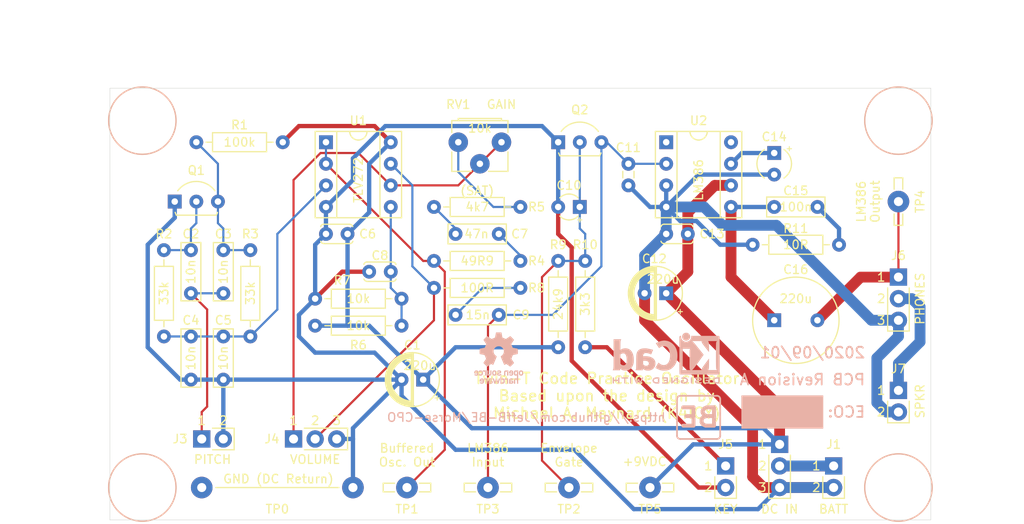
<source format=kicad_pcb>
(kicad_pcb (version 20171130) (host pcbnew "(5.1.6)-1")
  (title_block (title "Twin-T Morse Code Practice Oscillator") (date 2020-09-01) (rev A))
  (layers (0 F.Cu signal) (31 B.Cu signal) (34 B.Paste user hide) (35 F.Paste user) (36 B.SilkS user hide) (37 F.SilkS user hide) (38 B.Mask user hide) (39 F.Mask user) (44 Edge.Cuts user))
  (net 0 "")
  (net 1 GND)
  (net 2 +9V)
  (net 3 "Net-(C2-Pad2)")
  (net 4 "Net-(C2-Pad1)")
  (net 5 "Net-(C3-Pad1)")
  (net 6 "Net-(C7-Pad2)")
  (net 7 "Net-(C7-Pad1)")
  (net 8 "Net-(C8-Pad2)")
  (net 9 "Net-(C14-Pad1)")
  (net 10 "Net-(J1-Pad1)")
  (net 11 "Net-(J4-Pad2)")
  (net 12 "Net-(J4-Pad1)")
  (net 13 "Net-(J5-Pad1)")
  (net 14 "Net-(J6-Pad2)")
  (net 15 "Net-(R5-Pad2)")
  (net 16 "Net-(U2-Pad1)")
  (net 17 "Net-(U2-Pad8)")
  (net 18 "Net-(C15-Pad2)")
  (net 19 "Net-(C9-Pad2)")
  (net 20 "Net-(C15-Pad1)")
  (net 21 /Twin-T_Out)
  (net 22 /LM386_In)
  (net 23 /Envelope_Gate)
  (net 24 /LM386_Out)
  (net 25 /Buffered_Osc_Out)
  (module BE_Conn:BE_Conn_HDR_SIP-3 (layer F.Cu) (at 123.19 66.675)
    (fp_text reference J4 (at -2.54 0) (layer F.SilkS) (effects (font (size 1.016 1.016) (thickness 0.1524))))
    (fp_text value VOLUME (at 2.54 2.413) (layer F.SilkS) (effects (font (size 1.016 1.016) (thickness 0.1524))))
    (pad 3 thru_hole circle (at 5.08 0) (size 2.032 2.032) (drill 1.0668) (layers *.Cu *.Mask) (net 1 GND))
    (pad 2 thru_hole circle (at 2.54 0) (size 2.032 2.032) (drill 1.0668) (layers *.Cu *.Mask) (net 11 "Net-(J4-Pad2)"))
    (pad 1 thru_hole rect (at 0 0) (size 2.032 2.032) (drill 1.0668) (layers *.Cu *.Mask) (net 12 "Net-(J4-Pad1)"))
  )
  (module BE_Conn:BE_Conn_HDR_SIP-3 (layer F.Cu) (at 194.31 47.625 270)
    (fp_text reference J6 (at -2.54 0 180) (layer F.SilkS) (effects (font (size 1.016 1.016) (thickness 0.1524))))
    (fp_text value PHONES (at 2.54 -2.54 90) (layer F.SilkS) (effects (font (size 1.016 1.016) (thickness 0.1524))))
    (pad 3 thru_hole circle (at 5.08 0 270) (size 2.032 2.032) (drill 1.0668) (layers *.Cu *.Mask) (net 1 GND))
    (pad 2 thru_hole circle (at 2.54 0 270) (size 2.032 2.032) (drill 1.0668) (layers *.Cu *.Mask) (net 14 "Net-(J6-Pad2)"))
    (pad 1 thru_hole rect (at 0 0 270) (size 2.032 2.032) (drill 1.0668) (layers *.Cu *.Mask) (net 24 /LM386_Out))
  )
  (module BE_Conn:BE_Conn_HDR_SIP-3 (layer F.Cu) (at 180.34 67.31 270)
    (fp_text reference J2 (at -2.54 0 180) (layer F.SilkS) (effects (font (size 1.016 1.016) (thickness 0.1524))))
    (fp_text value "DC IN" (at 7.62 0) (layer F.SilkS) (effects (font (size 1.016 1.016) (thickness 0.1524))))
    (pad 3 thru_hole circle (at 5.08 0 270) (size 2.032 2.032) (drill 1.0668) (layers *.Cu *.Mask) (net 1 GND))
    (pad 2 thru_hole circle (at 2.54 0 270) (size 2.032 2.032) (drill 1.0668) (layers *.Cu *.Mask) (net 10 "Net-(J1-Pad1)"))
    (pad 1 thru_hole rect (at 0 0 270) (size 2.032 2.032) (drill 1.0668) (layers *.Cu *.Mask) (net 2 +9V))
  )
  (module BE_Conn:BE_Conn_HDR_SIP-2 (layer F.Cu) (at 112.395 66.675)
    (fp_text reference J3 (at -2.54 0) (layer F.SilkS) (effects (font (size 1.016 1.016) (thickness 0.1524))))
    (fp_text value PITCH (at 1.27 2.413) (layer F.SilkS) (effects (font (size 1.016 1.016) (thickness 0.1524))))
    (pad 2 thru_hole circle (at 2.54 0) (size 2.032 2.032) (drill 1.0668) (layers *.Cu *.Mask) (net 1 GND))
    (pad 1 thru_hole rect (at 0 0) (size 2.032 2.032) (drill 1.0668) (layers *.Cu *.Mask) (net 4 "Net-(C2-Pad1)"))
  )
  (module BE_Conn:BE_Conn_HDR_SIP-2 (layer F.Cu) (at 194.31 60.96 270)
    (fp_text reference J7 (at -2.54 0 180) (layer F.SilkS) (effects (font (size 1.016 1.016) (thickness 0.1524))))
    (fp_text value SPKR (at 1.27 -2.54 90) (layer F.SilkS) (effects (font (size 1.016 1.016) (thickness 0.1524))))
    (pad 2 thru_hole circle (at 2.54 0 270) (size 2.032 2.032) (drill 1.0668) (layers *.Cu *.Mask) (net 1 GND))
    (pad 1 thru_hole rect (at 0 0 270) (size 2.032 2.032) (drill 1.0668) (layers *.Cu *.Mask) (net 14 "Net-(J6-Pad2)"))
  )
  (module BE_Conn:BE_Conn_HDR_SIP-2 (layer F.Cu) (at 173.99 69.85 270)
    (fp_text reference J5 (at -2.54 0 180) (layer F.SilkS) (effects (font (size 1.016 1.016) (thickness 0.1524))))
    (fp_text value KEY (at 5.08 0) (layer F.SilkS) (effects (font (size 1.016 1.016) (thickness 0.1524))))
    (pad 1 thru_hole rect (at 0 0 270) (size 2.032 2.032) (drill 1.0668) (layers *.Cu *.Mask) (net 13 "Net-(J5-Pad1)"))
    (pad 2 thru_hole circle (at 2.54 0 270) (size 2.032 2.032) (drill 1.0668) (layers *.Cu *.Mask) (net 1 GND))
  )
  (module BE_Conn:BE_Conn_HDR_SIP-2 (layer F.Cu) (at 186.69 69.85 270)
    (fp_text reference J1 (at -2.54 0 180) (layer F.SilkS) (effects (font (size 1.016 1.016) (thickness 0.1524))))
    (fp_text value BATT (at 5.08 0) (layer F.SilkS) (effects (font (size 1.016 1.016) (thickness 0.1524))))
    (pad 1 thru_hole rect (at 0 0 270) (size 2.032 2.032) (drill 1.0668) (layers *.Cu *.Mask) (net 10 "Net-(J1-Pad1)"))
    (pad 2 thru_hole circle (at 2.54 0 270) (size 2.032 2.032) (drill 1.0668) (layers *.Cu *.Mask) (net 1 GND))
  )
  (module BE_Capacitors:BE_Cap_Round_D4.0mm_H5.0mm_P2.54mm (layer F.Cu) (at 179.705 33.02 270)
    (fp_text reference C14 (at -1.905 0 180) (layer F.SilkS) (effects (font (size 1.016 1.016) (thickness 0.1524))))
    (fp_text value 10u)
    (pad 1 thru_hole rect (at 0 0 270) (size 1.6256 1.6256) (drill 0.762) (layers *.Cu *.Mask) (net 9 "Net-(C14-Pad1)"))
    (pad 2 thru_hole circle (at 2.54 0 270) (size 1.6256 1.6256) (drill 0.762) (layers *.Cu *.Mask) (net 1 GND))
  )
  (module BE_Capacitors:BE_Cap_MLCC_95milx150mil_P100mil (layer F.Cu) (at 132.08 46.99)
    (fp_text reference C8 (at 1.27 -1.905) (layer F.SilkS) (effects (font (size 1.016 1.016) (thickness 0.1524))))
    (fp_text value 100n)
    (pad 2 thru_hole circle (at 2.54 0) (size 1.6256 1.6256) (drill 0.762) (layers *.Cu *.Mask) (net 8 "Net-(C8-Pad2)"))
    (pad 1 thru_hole circle (at 0 0) (size 1.6256 1.6256) (drill 0.762) (layers *.Cu *.Mask) (net 1 GND))
  )
  (module BE_Conn:BE_TP-Loop_20AWG_D200MIL (layer F.Cu) (at 155.575 72.39)
    (fp_text reference TP2 (at 0 2.54) (layer F.SilkS))
    (fp_text value "20AWG Loop")
    (pad 1 thru_hole circle (at 0 0) (size 2.54 2.54) (drill 1.0668) (layers *.Cu *.Mask) (net 23 /Envelope_Gate))
  )
  (module BE_Sockets:BE_DIP-8_Socket (layer F.Cu) (at 167.005 31.75)
    (fp_text reference U2 (at 3.81 -2.54) (layer F.SilkS) (effects (font (size 1.016 1.016) (thickness 0.1524))))
    (fp_text value LM386)
    (fp_text user %V (at 3.81 4.445 90) (layer F.SilkS) (effects (font (size 1.016 1.016) (thickness 0.1524))))
    (pad 1 thru_hole rect (at 0 0) (size 1.6256 1.6256) (drill 0.762) (layers *.Cu *.Mask) (net 16 "Net-(U2-Pad1)"))
    (pad 5 thru_hole circle (at 7.62 7.62) (size 1.6256 1.6256) (drill 0.762) (layers *.Cu *.Mask) (net 18 "Net-(C15-Pad2)"))
    (pad 2 thru_hole circle (at 0 2.54) (size 1.6256 1.6256) (drill 0.762) (layers *.Cu *.Mask) (net 22 /LM386_In))
    (pad 6 thru_hole circle (at 7.62 5.08) (size 1.6256 1.6256) (drill 0.762) (layers *.Cu *.Mask) (net 2 +9V))
    (pad 3 thru_hole circle (at 0 5.08) (size 1.6256 1.6256) (drill 0.762) (layers *.Cu *.Mask) (net 1 GND))
    (pad 7 thru_hole circle (at 7.62 2.54) (size 1.6256 1.6256) (drill 0.762) (layers *.Cu *.Mask) (net 9 "Net-(C14-Pad1)"))
    (pad 4 thru_hole circle (at 0 7.62) (size 1.6256 1.6256) (drill 0.762) (layers *.Cu *.Mask) (net 1 GND))
    (pad 8 thru_hole circle (at 7.62 0) (size 1.6256 1.6256) (drill 0.762) (layers *.Cu *.Mask) (net 17 "Net-(U2-Pad8)"))
  )
  (module BE_Sockets:BE_DIP-8_Socket (layer F.Cu) (at 127 31.75)
    (fp_text reference U1 (at 3.81 -2.54) (layer F.SilkS) (effects (font (size 1.016 1.016) (thickness 0.1524))))
    (fp_text value TLV272)
    (fp_text user %V (at 3.81 4.445 90) (layer F.SilkS) (effects (font (size 1.016 1.016) (thickness 0.1524))))
    (pad 1 thru_hole rect (at 0 0) (size 1.6256 1.6256) (drill 0.762) (layers *.Cu *.Mask) (net 25 /Buffered_Osc_Out))
    (pad 5 thru_hole circle (at 7.62 7.62) (size 1.6256 1.6256) (drill 0.762) (layers *.Cu *.Mask) (net 8 "Net-(C8-Pad2)"))
    (pad 2 thru_hole circle (at 0 2.54) (size 1.6256 1.6256) (drill 0.762) (layers *.Cu *.Mask) (net 25 /Buffered_Osc_Out))
    (pad 6 thru_hole circle (at 7.62 5.08) (size 1.6256 1.6256) (drill 0.762) (layers *.Cu *.Mask) (net 12 "Net-(J4-Pad1)"))
    (pad 3 thru_hole circle (at 0 5.08) (size 1.6256 1.6256) (drill 0.762) (layers *.Cu *.Mask) (net 21 /Twin-T_Out))
    (pad 7 thru_hole circle (at 7.62 2.54) (size 1.6256 1.6256) (drill 0.762) (layers *.Cu *.Mask) (net 11 "Net-(J4-Pad2)"))
    (pad 4 thru_hole circle (at 0 7.62) (size 1.6256 1.6256) (drill 0.762) (layers *.Cu *.Mask) (net 1 GND))
    (pad 8 thru_hole circle (at 7.62 0) (size 1.6256 1.6256) (drill 0.762) (layers *.Cu *.Mask) (net 2 +9V))
  )
  (module BE_Capacitors:BE_Cap_Dipped_W4.0mm_T2.6mm_H5.6mm_P2.5mm (layer F.Cu) (at 162.56 36.83 90)
    (fp_text reference C11 (at 4.445 0 180) (layer F.SilkS) (effects (font (size 1.016 1.016) (thickness 0.1524))))
    (fp_text value 47p)
    (pad 2 thru_hole circle (at 2.54 0 90) (size 1.6256 1.6256) (drill 0.762) (layers *.Cu *.Mask) (net 22 /LM386_In))
    (pad 1 thru_hole circle (at 0 0 90) (size 1.6256 1.6256) (drill 0.762) (layers *.Cu *.Mask) (net 1 GND))
  )
  (module BE_Capacitors:BE_Cap_Round-NP_D10.0mm_H12.5mm_P5.0mm (layer F.Cu) (at 179.705 52.705)
    (fp_text reference C16 (at 2.54 -5.969) (layer F.SilkS) (effects (font (size 1.016 1.016) (thickness 0.1524))))
    (fp_text value 220u)
    (fp_text user %V (at 2.54 -2.54 180) (layer F.SilkS) (effects (font (size 1.016 1.016) (thickness 0.1524))))
    (pad 1 thru_hole rect (at 0 0) (size 1.6256 1.6256) (drill 0.762) (layers *.Cu *.Mask) (net 18 "Net-(C15-Pad2)"))
    (pad 2 thru_hole circle (at 5.08 0) (size 1.6256 1.6256) (drill 0.762) (layers *.Cu *.Mask) (net 24 /LM386_Out))
  )
  (module BE_Conn:BE_TP-Bar_20AWG_L700mil (layer F.Cu) (at 130.175 72.39 180)
    (fp_text reference TP0 (at 8.89 -2.54) (layer F.SilkS) (effects (font (size 1.016 1.016) (thickness 0.1524))))
    (fp_text value "20AWG Bar 700mil")
    (pad 2 thru_hole circle (at 17.78 0 180) (size 2.54 2.54) (drill 1.0668) (layers *.Cu *.Mask))
    (pad 1 thru_hole circle (at 0 0 180) (size 2.54 2.54) (drill 1.0668) (layers *.Cu *.Mask) (net 1 GND))
  )
  (module BE_Conn:BE_TP-Loop_20AWG_D200MIL (layer F.Cu) (at 165.1 72.39)
    (fp_text reference TP5 (at 0 2.54) (layer F.SilkS))
    (fp_text value "20AWG Loop")
    (pad 1 thru_hole circle (at 0 0) (size 2.54 2.54) (drill 1.0668) (layers *.Cu *.Mask) (net 2 +9V))
  )
  (module BE_Conn:BE_TP-Loop_20AWG_D200MIL (layer F.Cu) (at 194.31 38.735 90)
    (fp_text reference TP4 (at 0 2.54 90) (layer F.SilkS))
    (fp_text value "20AWG Loop")
    (pad 1 thru_hole circle (at 0 0 90) (size 2.54 2.54) (drill 1.0668) (layers *.Cu *.Mask) (net 24 /LM386_Out))
  )
  (module BE_Conn:BE_TP-Loop_20AWG_D200MIL (layer F.Cu) (at 146.05 72.39)
    (fp_text reference TP3 (at 0 2.54) (layer F.SilkS))
    (fp_text value "20AWG Loop")
    (pad 1 thru_hole circle (at 0 0) (size 2.54 2.54) (drill 1.0668) (layers *.Cu *.Mask) (net 22 /LM386_In))
  )
  (module BE_Conn:BE_TP-Loop_20AWG_D200MIL (layer F.Cu) (at 136.525 72.39)
    (fp_text reference TP1 (at 0 2.54) (layer F.SilkS))
    (fp_text value "20AWG Loop")
    (pad 1 thru_hole circle (at 0 0) (size 2.54 2.54) (drill 1.0668) (layers *.Cu *.Mask) (net 25 /Buffered_Osc_Out))
  )
  (module BE_MountingHoles:BE_Nbr-4_Mounting_Hole (layer F.Cu) (at 194.31 29.21)
    (fp_text reference MH4 hide)
    (fp_text value BE_Nbr-4_Thru_Hole hide)
    (pad "" np_thru_hole circle (at 0 0) (size 2.9464 2.9464) (drill 2.9464) (layers *.Cu *.Mask))
  )
  (module BE_MountingHoles:BE_Nbr-4_Mounting_Hole (layer F.Cu) (at 194.31 72.39)
    (fp_text reference MH3 hide)
    (fp_text value BE_Nbr-4_Thru_Hole hide)
    (pad "" np_thru_hole circle (at 0 0) (size 2.9464 2.9464) (drill 2.9464) (layers *.Cu *.Mask))
  )
  (module BE_MountingHoles:BE_Nbr-4_Mounting_Hole (layer F.Cu) (at 105.41 72.39)
    (fp_text reference MH2 hide)
    (fp_text value BE_Nbr-4_Thru_Hole hide)
    (pad "" np_thru_hole circle (at 0 0) (size 2.9464 2.9464) (drill 2.9464) (layers *.Cu *.Mask))
  )
  (module BE_MountingHoles:BE_Nbr-4_Mounting_Hole (layer F.Cu) (at 105.41 29.21)
    (fp_text reference MH1 hide)
    (fp_text value BE_Nbr-4_Thru_Hole hide)
    (pad "" np_thru_hole circle (at 0 0) (size 2.9464 2.9464) (drill 2.9464) (layers *.Cu *.Mask))
  )
  (module BE_Capacitors:BE_Cap_Round_D3.0mm_P2.54mm (layer F.Cu) (at 156.845 39.37 180)
    (fp_text reference C10 (at 1.27 2.54) (layer F.SilkS) (effects (font (size 1.016 1.016) (thickness 0.1524))))
    (fp_text value 4u7)
    (pad 2 thru_hole circle (at 2.54 0 180) (size 1.6256 1.6256) (drill 0.762) (layers *.Cu *.Mask) (net 1 GND))
    (pad 1 thru_hole rect (at 0 0 180) (size 1.6256 1.6256) (drill 0.762) (layers *.Cu *.Mask) (net 23 /Envelope_Gate))
  )
  (module BE_Capacitors:BE_Cap_Rect-Film_W7.2mm_T2.5mm_H6.5mm_P5.0mm (layer F.Cu) (at 184.785 39.37 180)
    (fp_text reference C15 (at 2.54 1.905) (layer F.SilkS) (effects (font (size 1.016 1.016) (thickness 0.1524))))
    (fp_text value 100n)
    (fp_text user %V (at 2.54 0) (layer F.SilkS) (effects (font (size 1.016 1.016) (thickness 0.1524))))
    (pad 1 thru_hole circle (at 0 0 180) (size 1.6256 1.6256) (drill 0.762) (layers *.Cu *.Mask) (net 20 "Net-(C15-Pad1)"))
    (pad 2 thru_hole circle (at 5.08 0 180) (size 1.6256 1.6256) (drill 0.762) (layers *.Cu *.Mask) (net 18 "Net-(C15-Pad2)"))
  )
  (module BE_Capacitors:BE_Cap_Rect-Film_W7.2mm_T2.5mm_H6.5mm_P5.0mm (layer F.Cu) (at 147.32 52.07 180)
    (fp_text reference C9 (at -2.62 0) (layer F.SilkS) (effects (font (size 1.016 1.016) (thickness 0.1524))))
    (fp_text value 15n)
    (fp_text user %V (at 2.46 0) (layer F.SilkS) (effects (font (size 1.016 1.016) (thickness 0.1524))))
    (pad 1 thru_hole circle (at 0 0 180) (size 1.6256 1.6256) (drill 0.762) (layers *.Cu *.Mask) (net 22 /LM386_In))
    (pad 2 thru_hole circle (at 5.08 0 180) (size 1.6256 1.6256) (drill 0.762) (layers *.Cu *.Mask) (net 19 "Net-(C9-Pad2)"))
  )
  (module BE_Capacitors:BE_Cap_Rect-Film_W7.2mm_T2.5mm_H6.5mm_P5.0mm (layer F.Cu) (at 142.24 42.545)
    (fp_text reference C7 (at 7.54 0) (layer F.SilkS) (effects (font (size 1.016 1.016) (thickness 0.1524))))
    (fp_text value 47n)
    (fp_text user %V (at 2.46 0) (layer F.SilkS) (effects (font (size 1.016 1.016) (thickness 0.1524))))
    (pad 1 thru_hole circle (at 0 0) (size 1.6256 1.6256) (drill 0.762) (layers *.Cu *.Mask) (net 7 "Net-(C7-Pad1)"))
    (pad 2 thru_hole circle (at 5.08 0) (size 1.6256 1.6256) (drill 0.762) (layers *.Cu *.Mask) (net 6 "Net-(C7-Pad2)"))
  )
  (module BE_Capacitors:BE_Cap_Rect-Film_W7.2mm_T2.5mm_H6.5mm_P5.0mm (layer F.Cu) (at 114.935 59.69 90)
    (fp_text reference C5 (at 6.985 0 180) (layer F.SilkS) (effects (font (size 1.016 1.016) (thickness 0.1524))))
    (fp_text value 10n)
    (fp_text user %V (at 2.54 0 90) (layer F.SilkS) (effects (font (size 1.016 1.016) (thickness 0.1524))))
    (pad 1 thru_hole circle (at 0 0 90) (size 1.6256 1.6256) (drill 0.762) (layers *.Cu *.Mask) (net 1 GND))
    (pad 2 thru_hole circle (at 5.08 0 90) (size 1.6256 1.6256) (drill 0.762) (layers *.Cu *.Mask) (net 21 /Twin-T_Out))
  )
  (module BE_Capacitors:BE_Cap_Rect-Film_W7.2mm_T2.5mm_H6.5mm_P5.0mm (layer F.Cu) (at 111.125 59.69 90)
    (fp_text reference C4 (at 6.985 0 180) (layer F.SilkS) (effects (font (size 1.016 1.016) (thickness 0.1524))))
    (fp_text value 10n)
    (fp_text user %V (at 2.54 0 90) (layer F.SilkS) (effects (font (size 1.016 1.016) (thickness 0.1524))))
    (pad 1 thru_hole circle (at 0 0 90) (size 1.6256 1.6256) (drill 0.762) (layers *.Cu *.Mask) (net 1 GND))
    (pad 2 thru_hole circle (at 5.08 0 90) (size 1.6256 1.6256) (drill 0.762) (layers *.Cu *.Mask) (net 21 /Twin-T_Out))
  )
  (module BE_Capacitors:BE_Cap_Rect-Film_W7.2mm_T2.5mm_H6.5mm_P5.0mm (layer F.Cu) (at 114.935 44.45 270)
    (fp_text reference C3 (at -1.905 0 180) (layer F.SilkS) (effects (font (size 1.016 1.016) (thickness 0.1524))))
    (fp_text value 10n)
    (fp_text user %V (at 2.54 0 90) (layer F.SilkS) (effects (font (size 1.016 1.016) (thickness 0.1524))))
    (pad 1 thru_hole circle (at 0 0 270) (size 1.6256 1.6256) (drill 0.762) (layers *.Cu *.Mask) (net 5 "Net-(C3-Pad1)"))
    (pad 2 thru_hole circle (at 5.08 0 270) (size 1.6256 1.6256) (drill 0.762) (layers *.Cu *.Mask) (net 4 "Net-(C2-Pad1)"))
  )
  (module BE_Capacitors:BE_Cap_Rect-Film_W7.2mm_T2.5mm_H6.5mm_P5.0mm (layer F.Cu) (at 111.125 49.53 90)
    (fp_text reference C2 (at 6.985 0 180) (layer F.SilkS) (effects (font (size 1.016 1.016) (thickness 0.1524))))
    (fp_text value 10n)
    (fp_text user %V (at 2.54 0 90) (layer F.SilkS) (effects (font (size 1.016 1.016) (thickness 0.1524))))
    (pad 1 thru_hole circle (at 0 0 90) (size 1.6256 1.6256) (drill 0.762) (layers *.Cu *.Mask) (net 4 "Net-(C2-Pad1)"))
    (pad 2 thru_hole circle (at 5.08 0 90) (size 1.6256 1.6256) (drill 0.762) (layers *.Cu *.Mask) (net 3 "Net-(C2-Pad2)"))
  )
  (module BE_Capacitors:BE_Cap_MLCC_95milx150mil_P100mil (layer F.Cu) (at 167.005 42.545)
    (fp_text reference C13 (at 3.81 0) (layer F.SilkS) (effects (font (size 1.016 1.016) (thickness 0.1524)) (justify left)))
    (fp_text value 100n)
    (pad 2 thru_hole circle (at 2.54 0) (size 1.6256 1.6256) (drill 0.762) (layers *.Cu *.Mask) (net 2 +9V))
    (pad 1 thru_hole circle (at 0 0) (size 1.6256 1.6256) (drill 0.762) (layers *.Cu *.Mask) (net 1 GND))
  )
  (module BE_Capacitors:BE_Cap_MLCC_95milx150mil_P100mil (layer F.Cu) (at 127 42.545)
    (fp_text reference C6 (at 3.81 0) (layer F.SilkS) (effects (font (size 1.016 1.016) (thickness 0.1524)) (justify left)))
    (fp_text value 100n)
    (pad 2 thru_hole circle (at 2.54 0) (size 1.6256 1.6256) (drill 0.762) (layers *.Cu *.Mask) (net 2 +9V))
    (pad 1 thru_hole circle (at 0 0) (size 1.6256 1.6256) (drill 0.762) (layers *.Cu *.Mask) (net 1 GND))
  )
  (module BE_TrimPot:Bourns_3329S_Vertical (layer F.Cu) (at 147.6375 31.75)
    (fp_text reference RV1 (at -5.08 -4.445) (layer F.SilkS) (effects (font (size 1.016 1.016) (thickness 0.1524))))
    (fp_text value 10k)
    (fp_text user GAIN (at 0 -4.445) (layer F.SilkS) (effects (font (size 1.016 1.016) (thickness 0.1524))))
    (fp_text user %V (at -2.54 -1.651) (layer F.SilkS) (effects (font (size 1.016 1.016) (thickness 0.1524))))
    (pad 1 thru_hole circle (at 0 0) (size 2.286 2.286) (drill 0.762) (layers *.Cu *.Mask) (net 12 "Net-(J4-Pad1)"))
    (pad 2 thru_hole circle (at -2.54 2.54) (size 2.286 2.286) (drill 0.762) (layers *.Cu *.Mask) (net 12 "Net-(J4-Pad1)"))
    (pad 3 thru_hole circle (at -5.08 0) (size 2.286 2.286) (drill 0.762) (layers *.Cu *.Mask) (net 15 "Net-(R5-Pad2)"))
  )
  (module BE_Resistors:BE_Resistor_THT_Axial_.100x.400 (layer F.Cu) (at 139.7 39.37)
    (fp_text reference R5 (at 12.065 0) (layer F.SilkS) (effects (font (size 1.016 1.016) (thickness 0.1524))))
    (fp_text value 4k7)
    (fp_text user %V (at 5.08 0) (layer F.SilkS) (effects (font (size 1.016 1.016) (thickness 0.1524))))
    (pad 2 thru_hole circle (at 10.16 0) (size 1.6256 1.6256) (drill 0.762) (layers *.Cu *.Mask) (net 15 "Net-(R5-Pad2)"))
    (pad 1 thru_hole circle (at 0 0) (size 1.6256 1.6256) (drill 0.762) (layers *.Cu *.Mask) (net 7 "Net-(C7-Pad1)"))
  )
  (module BE_Resistors:BE_Resistor_THT_Axial_.100x.400 (layer F.Cu) (at 187.325 43.815 180)
    (fp_text reference R11 (at 5.08 1.905) (layer F.SilkS) (effects (font (size 1.016 1.016) (thickness 0.1524))))
    (fp_text value 10R)
    (fp_text user %V (at 5.08 0) (layer F.SilkS) (effects (font (size 1.016 1.016) (thickness 0.1524))))
    (pad 2 thru_hole circle (at 10.16 0 180) (size 1.6256 1.6256) (drill 0.762) (layers *.Cu *.Mask) (net 1 GND))
    (pad 1 thru_hole circle (at 0 0 180) (size 1.6256 1.6256) (drill 0.762) (layers *.Cu *.Mask) (net 20 "Net-(C15-Pad1)"))
  )
  (module BE_Resistors:BE_Resistor_THT_Axial_.100x.400 (layer F.Cu) (at 157.48 45.72 270)
    (fp_text reference R10 (at -1.905 0 180) (layer F.SilkS) (effects (font (size 1.016 1.016) (thickness 0.1524))))
    (fp_text value 3k3)
    (fp_text user %V (at 5.08 0 90) (layer F.SilkS) (effects (font (size 1.016 1.016) (thickness 0.1524))))
    (pad 2 thru_hole circle (at 10.16 0 270) (size 1.6256 1.6256) (drill 0.762) (layers *.Cu *.Mask) (net 13 "Net-(J5-Pad1)"))
    (pad 1 thru_hole circle (at 0 0 270) (size 1.6256 1.6256) (drill 0.762) (layers *.Cu *.Mask) (net 23 /Envelope_Gate))
  )
  (module BE_Resistors:BE_Resistor_THT_Axial_.100x.400 (layer F.Cu) (at 154.305 55.88 90)
    (fp_text reference R9 (at 12.065 0 180) (layer F.SilkS) (effects (font (size 1.016 1.016) (thickness 0.1524))))
    (fp_text value 24k9)
    (fp_text user %V (at 5.08 0 90) (layer F.SilkS) (effects (font (size 1.016 1.016) (thickness 0.1524))))
    (pad 2 thru_hole circle (at 10.16 0 90) (size 1.6256 1.6256) (drill 0.762) (layers *.Cu *.Mask) (net 23 /Envelope_Gate))
    (pad 1 thru_hole circle (at 0 0 90) (size 1.6256 1.6256) (drill 0.762) (layers *.Cu *.Mask) (net 2 +9V))
  )
  (module BE_Resistors:BE_Resistor_THT_Axial_.100x.400 (layer F.Cu) (at 139.7 48.895)
    (fp_text reference R8 (at 12.065 0) (layer F.SilkS) (effects (font (size 1.016 1.016) (thickness 0.1524))))
    (fp_text value 100R)
    (fp_text user %V (at 5.08 0) (layer F.SilkS) (effects (font (size 1.016 1.016) (thickness 0.1524))))
    (pad 2 thru_hole circle (at 10.16 0) (size 1.6256 1.6256) (drill 0.762) (layers *.Cu *.Mask) (net 19 "Net-(C9-Pad2)"))
    (pad 1 thru_hole circle (at 0 0) (size 1.6256 1.6256) (drill 0.762) (layers *.Cu *.Mask) (net 11 "Net-(J4-Pad2)"))
  )
  (module BE_Resistors:BE_Resistor_THT_Axial_.100x.400 (layer F.Cu) (at 135.89 50.165 180)
    (fp_text reference R7 (at 6.985 2.159) (layer F.SilkS) (effects (font (size 1.016 1.016) (thickness 0.1524))))
    (fp_text value 10k)
    (fp_text user %V (at 5.08 0) (layer F.SilkS) (effects (font (size 1.016 1.016) (thickness 0.1524))))
    (pad 2 thru_hole circle (at 10.16 0 180) (size 1.6256 1.6256) (drill 0.762) (layers *.Cu *.Mask) (net 1 GND))
    (pad 1 thru_hole circle (at 0 0 180) (size 1.6256 1.6256) (drill 0.762) (layers *.Cu *.Mask) (net 8 "Net-(C8-Pad2)"))
  )
  (module BE_Resistors:BE_Resistor_THT_Axial_.100x.400 (layer F.Cu) (at 125.73 53.34)
    (fp_text reference R6 (at 5.08 2.286) (layer F.SilkS) (effects (font (size 1.016 1.016) (thickness 0.1524))))
    (fp_text value 10k)
    (fp_text user %V (at 5.08 0) (layer F.SilkS) (effects (font (size 1.016 1.016) (thickness 0.1524))))
    (pad 2 thru_hole circle (at 10.16 0) (size 1.6256 1.6256) (drill 0.762) (layers *.Cu *.Mask) (net 8 "Net-(C8-Pad2)"))
    (pad 1 thru_hole circle (at 0 0) (size 1.6256 1.6256) (drill 0.762) (layers *.Cu *.Mask) (net 2 +9V))
  )
  (module BE_Resistors:BE_Resistor_THT_Axial_.100x.400 (layer F.Cu) (at 139.7 45.72)
    (fp_text reference R4 (at 12.065 0) (layer F.SilkS) (effects (font (size 1.016 1.016) (thickness 0.1524))))
    (fp_text value 49R9)
    (fp_text user %V (at 5.08 0) (layer F.SilkS) (effects (font (size 1.016 1.016) (thickness 0.1524))))
    (pad 2 thru_hole circle (at 10.16 0) (size 1.6256 1.6256) (drill 0.762) (layers *.Cu *.Mask) (net 6 "Net-(C7-Pad2)"))
    (pad 1 thru_hole circle (at 0 0) (size 1.6256 1.6256) (drill 0.762) (layers *.Cu *.Mask) (net 25 /Buffered_Osc_Out))
  )
  (module BE_Resistors:BE_Resistor_THT_Axial_.100x.400 (layer F.Cu) (at 118.11 54.61 90)
    (fp_text reference R3 (at 12.065 0 180) (layer F.SilkS) (effects (font (size 1.016 1.016) (thickness 0.1524))))
    (fp_text value 33k)
    (fp_text user %V (at 5.08 0 90) (layer F.SilkS) (effects (font (size 1.016 1.016) (thickness 0.1524))))
    (pad 2 thru_hole circle (at 10.16 0 90) (size 1.6256 1.6256) (drill 0.762) (layers *.Cu *.Mask) (net 5 "Net-(C3-Pad1)"))
    (pad 1 thru_hole circle (at 0 0 90) (size 1.6256 1.6256) (drill 0.762) (layers *.Cu *.Mask) (net 21 /Twin-T_Out))
  )
  (module BE_Resistors:BE_Resistor_THT_Axial_.100x.400 (layer F.Cu) (at 107.95 44.45 270)
    (fp_text reference R2 (at -1.905 0 180) (layer F.SilkS) (effects (font (size 1.016 1.016) (thickness 0.1524))))
    (fp_text value 33k)
    (fp_text user %V (at 5.08 0 90) (layer F.SilkS) (effects (font (size 1.016 1.016) (thickness 0.1524))))
    (pad 2 thru_hole circle (at 10.16 0 270) (size 1.6256 1.6256) (drill 0.762) (layers *.Cu *.Mask) (net 21 /Twin-T_Out))
    (pad 1 thru_hole circle (at 0 0 270) (size 1.6256 1.6256) (drill 0.762) (layers *.Cu *.Mask) (net 3 "Net-(C2-Pad2)"))
  )
  (module BE_Resistors:BE_Resistor_THT_Axial_.100x.400 (layer F.Cu) (at 111.76 31.75)
    (fp_text reference R1 (at 5.08 -2.032) (layer F.SilkS) (effects (font (size 1.016 1.016) (thickness 0.1524))))
    (fp_text value 100k)
    (fp_text user %V (at 5.08 0) (layer F.SilkS) (effects (font (size 1.016 1.016) (thickness 0.1524))))
    (pad 2 thru_hole circle (at 10.16 0) (size 1.6256 1.6256) (drill 0.762) (layers *.Cu *.Mask) (net 2 +9V))
    (pad 1 thru_hole circle (at 0 0) (size 1.6256 1.6256) (drill 0.762) (layers *.Cu *.Mask) (net 5 "Net-(C3-Pad1)"))
  )
  (module Symbol:OSHW-Logo_5.7x6mm_SilkScreen (layer B.Cu) (at 147.32 57.15 180)
    (fp_text reference REF** hide)
    (fp_text value OSHW-Logo_5.7x6mm_SilkScreen hide)
  )
  (module Symbol:KiCad-Logo2_5mm_SilkScreen (layer B.Cu) (at 167.005 57.15 180)
    (fp_text reference REF** hide)
    (fp_text value KiCad-Logo2_5mm_SilkScreen hide)
  )
  (module "BE_Logos:BE_Logo_Text_200mil_(B.Silk)" (layer F.Cu) (at 168.275 66.675)
    (fp_text reference REF** hide)
    (fp_text value "BE_Logo_Text_200mil_(B.Silk)" hide)
    (fp_text user B (at 3.683 -2.54) (layer B.SilkS) (effects (font (size 2.159 2.54) (thickness 0.4572)) (justify mirror)))
    (fp_text user E (at 1.397 -2.54) (layer B.SilkS) (effects (font (size 2.159 2.54) (thickness 0.4572)) (justify mirror)))
  )
  (module BE_Capacitors:BE_Cap_Round_D6.3mm_H11.2mm_P2.5mm (layer F.Cu) (at 138.43 59.69 180)
    (fp_text reference C1 (at 1.27 4.064) (layer F.SilkS))
    (fp_text value 220u)
    (fp_text user %V (at 0.381 1.651) (layer F.SilkS) (effects (font (size 1.016 1.016) (thickness 0.1524))))
    (pad 2 thru_hole circle (at 2.54 0 180) (size 1.6256 1.6256) (drill 0.762) (layers *.Cu *.Mask) (net 1 GND))
    (pad 1 thru_hole rect (at 0 0 180) (size 1.6256 1.6256) (drill 0.762) (layers *.Cu *.Mask) (net 2 +9V))
  )
  (module BE_Capacitors:BE_Cap_Round_D6.3mm_H11.2mm_P2.5mm (layer F.Cu) (at 167.005 49.53 180)
    (fp_text reference C12 (at 1.397 4.064) (layer F.SilkS))
    (fp_text value 220u)
    (fp_text user %V (at 0.381 1.651) (layer F.SilkS) (effects (font (size 1.016 1.016) (thickness 0.1524))))
    (pad 2 thru_hole circle (at 2.54 0 180) (size 1.6256 1.6256) (drill 0.762) (layers *.Cu *.Mask) (net 1 GND))
    (pad 1 thru_hole rect (at 0 0 180) (size 1.6256 1.6256) (drill 0.762) (layers *.Cu *.Mask) (net 2 +9V))
  )
  (module BE_Transistors:TO92-3_Formed_Leads (layer F.Cu) (at 154.305 31.75)
    (fp_text reference Q2 (at 2.54 -3.81) (layer F.SilkS) (effects (font (size 1.016 1.016) (thickness 0.1524))))
    (fp_text value 2N7000)
    (pad 1 thru_hole rect (at 0 0 180) (size 1.6256 1.6256) (drill 0.762) (layers *.Cu *.Mask) (net 1 GND))
    (pad 2 thru_hole circle (at 2.54 0 180) (size 1.6256 1.6256) (drill 0.762) (layers *.Cu *.Mask) (net 23 /Envelope_Gate))
    (pad 3 thru_hole circle (at 5.08 0 180) (size 1.6256 1.6256) (drill 0.762) (layers *.Cu *.Mask) (net 22 /LM386_In))
  )
  (module BE_Transistors:TO92-3_Formed_Leads (layer F.Cu) (at 109.22 38.735)
    (fp_text reference Q1 (at 2.54 -3.6657) (layer F.SilkS) (effects (font (size 1.016 1.016) (thickness 0.1524))))
    (fp_text value PN2222A)
    (pad 3 thru_hole circle (at 5.08 0 180) (size 1.6256 1.6256) (drill 0.762) (layers *.Cu *.Mask) (net 5 "Net-(C3-Pad1)"))
    (pad 2 thru_hole circle (at 2.54 0 180) (size 1.6256 1.6256) (drill 0.762) (layers *.Cu *.Mask) (net 3 "Net-(C2-Pad2)"))
    (pad 1 thru_hole rect (at 0 0 180) (size 1.6256 1.6256) (drill 0.762) (layers *.Cu *.Mask) (net 1 GND))
  )
  (gr_text "(SAT)" (at 144.78 37.465) (layer F.SilkS) (effects (font (size 1.016 1.016) (thickness 0.1524))))
  (gr_text 2020/09/01 (at 190.5 56.515) (layer B.SilkS) (effects (font (size 1.27 1.27) (thickness 0.2032)) (justify left mirror)))
  (gr_text ECO: (at 190.5 63.5) (layer B.SilkS) (effects (font (size 1.27 1.27) (thickness 0.2032)) (justify left mirror)))
  (gr_poly (pts (xy 185.42 65.405) (xy 175.895 65.405) (xy 175.895 61.595) (xy 185.42 61.595)) (layer B.SilkS) (width 0.1016))
  (gr_text "PCB Revision A" (at 190.5 59.69) (layer B.SilkS) (effects (font (size 1.27 1.27) (thickness 0.2032)) (justify left mirror)))
  (gr_text "Envelope\nGate" (at 155.575 68.58) (layer F.SilkS) (effects (font (size 1.016 1.016) (thickness 0.1524))))
  (gr_text "GND (DC Return)" (at 121.412 71.374) (layer F.SilkS) (effects (font (size 1.016 1.016) (thickness 0.1524))))
  (gr_text +9VDC (at 164.465 69.342) (layer F.SilkS) (effects (font (size 1.016 1.016) (thickness 0.1524))))
  (gr_text https://github.com/JeffB-BE/Morse-CPO (at 167.005 64.135) (layer B.SilkS) (effects (font (size 1.016 1.016) (thickness 0.1524)) (justify left mirror)))
  (gr_text "LM386\nOutput" (at 190.754 38.735 90) (layer F.SilkS) (effects (font (size 1.016 1.016) (thickness 0.1524))))
  (gr_text "LM386\nInput" (at 146.05 68.58) (layer F.SilkS) (effects (font (size 1.016 1.016) (thickness 0.1524))))
  (gr_text "Buffered\nOsc. Out" (at 136.525 68.58) (layer F.SilkS) (effects (font (size 1.016 1.016) (thickness 0.1524))))
  (gr_text "Twin-T Code Practice Oscillator\nBased upon the design by\nMichael A. Maynard (K4ICY)" (at 160.02 61.595) (layer F.SilkS) (effects (font (size 1.27 1.27) (thickness 0.2032))))
  (gr_text 3 (at 192.278 52.705) (layer F.SilkS) (effects (font (size 1.016 1.016) (thickness 0.1524))))
  (gr_text 2 (at 192.278 50.165) (layer F.SilkS) (effects (font (size 1.016 1.016) (thickness 0.1524))))
  (gr_text 1 (at 192.278 47.625) (layer F.SilkS) (effects (font (size 1.016 1.016) (thickness 0.1524))))
  (gr_text 2 (at 192.278 63.5) (layer F.SilkS) (effects (font (size 1.016 1.016) (thickness 0.1524))))
  (gr_text 1 (at 192.278 60.96) (layer F.SilkS) (effects (font (size 1.016 1.016) (thickness 0.1524))))
  (gr_text 2 (at 184.658 72.39) (layer F.SilkS) (effects (font (size 1.016 1.016) (thickness 0.1524))))
  (gr_text 1 (at 184.658 69.85) (layer F.SilkS) (effects (font (size 1.016 1.016) (thickness 0.1524))))
  (gr_text 3 (at 178.308 72.39) (layer F.SilkS) (effects (font (size 1.016 1.016) (thickness 0.1524))))
  (gr_text 1 (at 178.308 67.31) (layer F.SilkS) (effects (font (size 1.016 1.016) (thickness 0.1524))))
  (gr_text 2 (at 178.308 69.85) (layer F.SilkS) (effects (font (size 1.016 1.016) (thickness 0.1524))))
  (gr_text 2 (at 171.958 72.39) (layer F.SilkS) (effects (font (size 1.016 1.016) (thickness 0.1524))))
  (gr_text 1 (at 171.958 69.85) (layer F.SilkS) (effects (font (size 1.016 1.016) (thickness 0.1524))))
  (gr_text 3 (at 128.27 64.516) (layer F.SilkS) (effects (font (size 1.016 1.016) (thickness 0.1524))))
  (gr_text 2 (at 125.73 64.516) (layer F.SilkS) (effects (font (size 1.016 1.016) (thickness 0.1524))))
  (gr_text 1 (at 123.19 64.516) (layer F.SilkS) (effects (font (size 1.016 1.016) (thickness 0.1524))))
  (gr_text 2 (at 114.935 64.516) (layer F.SilkS) (effects (font (size 1.016 1.016) (thickness 0.1524))))
  (gr_text 1 (at 112.395 64.516) (layer F.SilkS) (effects (font (size 1.016 1.016) (thickness 0.1524))))
  (gr_line (start 101.6 76.2) (end 101.6 25.4) (layer Edge.Cuts) (width 0.0508))
  (gr_line (start 198.12 76.2) (end 101.6 76.2) (layer Edge.Cuts) (width 0.0508))
  (gr_line (start 198.12 25.4) (end 198.12 76.2) (layer Edge.Cuts) (width 0.0508))
  (gr_line (start 101.6 25.4) (end 198.12 25.4) (layer Edge.Cuts) (width 0.0508))
  (segment (start 167.005 39.37) (end 167.005 42.545) (width 1.27) (layer B.Cu) (net 1))
  (segment (start 194.31 52.705) (end 194.31 54.61) (width 1.27) (layer B.Cu) (net 1))
  (segment (start 194.31 54.61) (end 191.77 57.15) (width 1.27) (layer B.Cu) (net 1))
  (segment (start 191.77 62.39684) (end 192.87316 63.5) (width 1.27) (layer B.Cu) (net 1))
  (segment (start 191.77 57.15) (end 191.77 62.39684) (width 1.27) (layer B.Cu) (net 1))
  (segment (start 192.87316 63.5) (end 194.31 63.5) (width 1.27) (layer B.Cu) (net 1))
  (segment (start 127 42.545) (end 127 39.37) (width 0.508) (layer B.Cu) (net 1))
  (segment (start 180.34 72.39) (end 186.69 72.39) (width 1.27) (layer F.Cu) (net 1))
  (segment (start 110.49 59.69) (end 111.125 59.69) (width 0.508) (layer B.Cu) (net 1))
  (segment (start 128.27 66.675) (end 130.175 66.675) (width 0.508) (layer B.Cu) (net 1))
  (segment (start 130.175 72.39) (end 130.175 66.675) (width 0.508) (layer B.Cu) (net 1))
  (segment (start 178.435 72.39) (end 180.34 72.39) (width 1.27) (layer F.Cu) (net 1))
  (segment (start 164.465 52.705) (end 177.165 65.405) (width 1.27) (layer F.Cu) (net 1))
  (segment (start 164.465 49.53) (end 164.465 52.705) (width 1.27) (layer F.Cu) (net 1))
  (segment (start 177.165 65.405) (end 177.165 71.12) (width 1.27) (layer F.Cu) (net 1))
  (segment (start 177.165 71.12) (end 178.435 72.39) (width 1.27) (layer F.Cu) (net 1))
  (segment (start 114.935 59.69) (end 111.125 59.69) (width 0.508) (layer B.Cu) (net 1))
  (segment (start 106.045 55.88) (end 106.045 43.815) (width 0.508) (layer B.Cu) (net 1))
  (segment (start 111.125 59.69) (end 109.855 59.69) (width 0.508) (layer B.Cu) (net 1))
  (segment (start 106.045 43.815) (end 109.22 40.64) (width 0.508) (layer B.Cu) (net 1))
  (segment (start 109.855 59.69) (end 106.045 55.88) (width 0.508) (layer B.Cu) (net 1))
  (segment (start 154.305 39.37) (end 154.305 31.75) (width 0.508) (layer B.Cu) (net 1))
  (segment (start 164.465 49.53) (end 164.465 45.085) (width 1.27) (layer B.Cu) (net 1))
  (segment (start 167.005 42.545) (end 164.465 45.085) (width 1.27) (layer B.Cu) (net 1))
  (segment (start 130.175 65.405) (end 130.175 66.675) (width 0.508) (layer B.Cu) (net 1))
  (segment (start 135.89 59.69) (end 130.175 65.405) (width 0.508) (layer B.Cu) (net 1))
  (segment (start 114.935 66.675) (end 114.935 59.69) (width 0.508) (layer B.Cu) (net 1))
  (segment (start 114.935 59.69) (end 135.89 59.69) (width 0.508) (layer B.Cu) (net 1))
  (segment (start 152.4 29.845) (end 154.305 31.75) (width 0.508) (layer B.Cu) (net 1))
  (segment (start 130.175 33.655) (end 133.985 29.845) (width 0.508) (layer B.Cu) (net 1))
  (segment (start 127 39.37) (end 130.175 36.195) (width 0.508) (layer B.Cu) (net 1))
  (segment (start 133.985 29.845) (end 152.4 29.845) (width 0.508) (layer B.Cu) (net 1))
  (segment (start 130.175 36.195) (end 130.175 33.655) (width 0.508) (layer B.Cu) (net 1))
  (segment (start 109.22 38.735) (end 109.22 40.64) (width 0.508) (layer B.Cu) (net 1))
  (segment (start 127 42.545) (end 125.73 43.815) (width 0.508) (layer B.Cu) (net 1))
  (segment (start 125.73 43.815) (end 125.73 50.165) (width 0.508) (layer B.Cu) (net 1))
  (segment (start 132.08 46.99) (end 128.905 46.99) (width 0.508) (layer F.Cu) (net 1))
  (segment (start 128.905 46.99) (end 125.73 50.165) (width 0.508) (layer F.Cu) (net 1))
  (segment (start 180.34 72.39) (end 186.69 72.39) (width 1.27) (layer B.Cu) (net 1))
  (segment (start 132.715 56.515) (end 135.89 59.69) (width 0.508) (layer B.Cu) (net 1))
  (segment (start 125.73 56.515) (end 132.715 56.515) (width 0.508) (layer B.Cu) (net 1))
  (segment (start 123.825 54.61) (end 125.73 56.515) (width 0.508) (layer B.Cu) (net 1))
  (segment (start 125.73 50.165) (end 123.825 52.07) (width 0.508) (layer B.Cu) (net 1))
  (segment (start 123.825 52.07) (end 123.825 54.61) (width 0.508) (layer B.Cu) (net 1))
  (segment (start 135.89 61.595) (end 135.89 59.69) (width 0.508) (layer B.Cu) (net 1))
  (segment (start 156.21 67.945) (end 142.24 67.945) (width 0.508) (layer B.Cu) (net 1))
  (segment (start 180.34 72.39) (end 177.8 74.93) (width 0.508) (layer B.Cu) (net 1))
  (segment (start 177.8 74.93) (end 163.195 74.93) (width 0.508) (layer B.Cu) (net 1))
  (segment (start 142.24 67.945) (end 135.89 61.595) (width 0.508) (layer B.Cu) (net 1))
  (segment (start 163.195 74.93) (end 156.21 67.945) (width 0.508) (layer B.Cu) (net 1))
  (segment (start 170.815 72.39) (end 173.99 72.39) (width 0.508) (layer F.Cu) (net 1))
  (segment (start 155.8925 57.4675) (end 170.815 72.39) (width 0.508) (layer F.Cu) (net 1))
  (segment (start 154.305 39.37) (end 154.305 42.545) (width 0.508) (layer F.Cu) (net 1))
  (segment (start 155.8925 44.1325) (end 155.8925 57.4675) (width 0.508) (layer F.Cu) (net 1))
  (segment (start 154.305 42.545) (end 155.8925 44.1325) (width 0.508) (layer F.Cu) (net 1))
  (segment (start 167.005 39.37) (end 170.815 35.56) (width 0.508) (layer B.Cu) (net 1))
  (segment (start 170.561 41.021) (end 173.355 43.815) (width 0.508) (layer B.Cu) (net 1))
  (segment (start 173.355 43.815) (end 177.165 43.815) (width 0.508) (layer B.Cu) (net 1))
  (segment (start 167.005 39.37) (end 168.656 41.021) (width 0.508) (layer B.Cu) (net 1))
  (segment (start 168.656 41.021) (end 170.561 41.021) (width 0.508) (layer B.Cu) (net 1))
  (segment (start 171.45 39.37) (end 167.005 39.37) (width 1.27) (layer B.Cu) (net 1))
  (segment (start 179.959 41.529) (end 173.609 41.529) (width 1.27) (layer B.Cu) (net 1))
  (segment (start 194.31 52.705) (end 191.135 52.705) (width 1.27) (layer B.Cu) (net 1))
  (segment (start 173.609 41.529) (end 171.45 39.37) (width 1.27) (layer B.Cu) (net 1))
  (segment (start 191.135 52.705) (end 179.959 41.529) (width 1.27) (layer B.Cu) (net 1))
  (segment (start 170.815 35.56) (end 179.705 35.56) (width 0.508) (layer B.Cu) (net 1))
  (segment (start 167.005 39.37) (end 167.005 36.83) (width 0.508) (layer B.Cu) (net 1))
  (segment (start 162.56 36.83) (end 165.1 39.37) (width 0.508) (layer B.Cu) (net 1))
  (segment (start 165.1 39.37) (end 167.005 39.37) (width 0.508) (layer B.Cu) (net 1))
  (segment (start 169.545 42.545) (end 169.545 40.005) (width 1.27) (layer F.Cu) (net 2))
  (segment (start 172.72 36.83) (end 174.625 36.83) (width 1.27) (layer F.Cu) (net 2))
  (segment (start 169.545 40.005) (end 172.72 36.83) (width 1.27) (layer F.Cu) (net 2))
  (segment (start 134.62 31.75) (end 132.715 29.845) (width 0.508) (layer F.Cu) (net 2))
  (segment (start 180.34 67.31) (end 180.34 62.865) (width 1.27) (layer F.Cu) (net 2))
  (segment (start 180.34 62.865) (end 167.005 49.53) (width 1.27) (layer F.Cu) (net 2))
  (segment (start 170.18 67.31) (end 180.34 67.31) (width 0.508) (layer B.Cu) (net 2))
  (segment (start 165.1 72.39) (end 170.18 67.31) (width 0.508) (layer B.Cu) (net 2))
  (segment (start 178.435 65.405) (end 180.34 67.31) (width 0.508) (layer B.Cu) (net 2))
  (segment (start 144.145 65.405) (end 178.435 65.405) (width 0.508) (layer B.Cu) (net 2))
  (segment (start 138.43 59.69) (end 144.145 65.405) (width 0.508) (layer B.Cu) (net 2))
  (segment (start 154.305 55.88) (end 142.24 55.88) (width 0.508) (layer B.Cu) (net 2))
  (segment (start 142.24 55.88) (end 138.43 59.69) (width 0.508) (layer B.Cu) (net 2))
  (segment (start 132.08 34.29) (end 134.62 31.75) (width 0.508) (layer B.Cu) (net 2))
  (segment (start 129.54 42.545) (end 132.08 40.005) (width 0.508) (layer B.Cu) (net 2))
  (segment (start 132.08 40.005) (end 132.08 34.29) (width 0.508) (layer B.Cu) (net 2))
  (segment (start 132.08 53.34) (end 138.43 59.69) (width 0.508) (layer B.Cu) (net 2))
  (segment (start 129.54 42.545) (end 129.54 53.34) (width 0.508) (layer B.Cu) (net 2))
  (segment (start 125.73 53.34) (end 129.54 53.34) (width 0.508) (layer B.Cu) (net 2))
  (segment (start 129.54 53.34) (end 132.08 53.34) (width 0.508) (layer B.Cu) (net 2))
  (segment (start 169.545 46.99) (end 167.005 49.53) (width 1.27) (layer F.Cu) (net 2))
  (segment (start 169.545 42.545) (end 169.545 46.99) (width 1.27) (layer F.Cu) (net 2))
  (segment (start 121.92 31.75) (end 123.825 29.845) (width 0.508) (layer F.Cu) (net 2))
  (segment (start 123.825 29.845) (end 132.715 29.845) (width 0.508) (layer F.Cu) (net 2))
  (segment (start 107.95 44.45) (end 111.125 44.45) (width 0.254) (layer B.Cu) (net 3))
  (segment (start 111.76 38.735) (end 111.76 41.275) (width 0.254) (layer B.Cu) (net 3))
  (segment (start 111.76 41.275) (end 111.125 41.91) (width 0.254) (layer B.Cu) (net 3))
  (segment (start 111.125 41.91) (end 111.125 44.45) (width 0.254) (layer B.Cu) (net 3))
  (segment (start 111.205 49.45) (end 111.125 49.53) (width 0.254) (layer B.Cu) (net 4))
  (segment (start 111.125 49.53) (end 114.935 49.53) (width 0.254) (layer B.Cu) (net 4))
  (segment (start 111.125 49.53) (end 113.03 51.435) (width 0.254) (layer F.Cu) (net 4))
  (segment (start 113.03 51.435) (end 113.03 62.865) (width 0.254) (layer F.Cu) (net 4))
  (segment (start 113.03 62.865) (end 112.395 63.5) (width 0.254) (layer F.Cu) (net 4))
  (segment (start 112.395 63.5) (end 112.395 66.675) (width 0.254) (layer F.Cu) (net 4))
  (segment (start 118.11 44.45) (end 114.935 44.45) (width 0.254) (layer B.Cu) (net 5))
  (segment (start 114.3 38.735) (end 114.3 41.275) (width 0.254) (layer B.Cu) (net 5))
  (segment (start 114.935 41.91) (end 114.935 44.45) (width 0.254) (layer B.Cu) (net 5))
  (segment (start 114.3 41.275) (end 114.935 41.91) (width 0.254) (layer B.Cu) (net 5))
  (segment (start 114.3 38.735) (end 114.3 34.29) (width 0.254) (layer B.Cu) (net 5))
  (segment (start 114.3 34.29) (end 111.76 31.75) (width 0.254) (layer B.Cu) (net 5))
  (segment (start 147.32 42.545) (end 149.86 45.085) (width 0.254) (layer B.Cu) (net 6))
  (segment (start 149.86 45.085) (end 149.86 45.72) (width 0.254) (layer B.Cu) (net 6))
  (segment (start 139.7 39.37) (end 142.24 41.91) (width 0.254) (layer B.Cu) (net 7))
  (segment (start 142.24 41.91) (end 142.24 42.545) (width 0.254) (layer B.Cu) (net 7))
  (segment (start 134.62 39.37) (end 134.62 46.99) (width 0.254) (layer B.Cu) (net 8))
  (segment (start 134.62 46.99) (end 134.62 48.895) (width 0.254) (layer B.Cu) (net 8))
  (segment (start 134.62 48.895) (end 135.89 50.165) (width 0.254) (layer B.Cu) (net 8))
  (segment (start 135.89 50.165) (end 135.89 53.34) (width 0.254) (layer B.Cu) (net 8))
  (segment (start 179.705 33.02) (end 175.895 33.02) (width 0.508) (layer B.Cu) (net 9))
  (segment (start 175.895 33.02) (end 174.625 34.29) (width 0.508) (layer B.Cu) (net 9))
  (segment (start 180.34 69.85) (end 186.69 69.85) (width 1.27) (layer F.Cu) (net 10))
  (segment (start 180.34 69.85) (end 186.69 69.85) (width 1.27) (layer B.Cu) (net 10))
  (segment (start 137.16 46.355) (end 139.7 48.895) (width 0.254) (layer B.Cu) (net 11))
  (segment (start 134.62 34.29) (end 137.16 36.83) (width 0.254) (layer B.Cu) (net 11))
  (segment (start 137.16 36.83) (end 137.16 46.355) (width 0.254) (layer B.Cu) (net 11))
  (segment (start 139.7 52.705) (end 139.7 48.895) (width 0.254) (layer F.Cu) (net 11))
  (segment (start 125.73 66.675) (end 139.7 52.705) (width 0.254) (layer F.Cu) (net 11))
  (segment (start 126.365 33.02) (end 130.81 33.02) (width 0.254) (layer F.Cu) (net 12))
  (segment (start 123.19 36.195) (end 126.365 33.02) (width 0.254) (layer F.Cu) (net 12))
  (segment (start 130.81 33.02) (end 134.62 36.83) (width 0.254) (layer F.Cu) (net 12))
  (segment (start 123.19 66.675) (end 123.19 64.135) (width 0.254) (layer F.Cu) (net 12))
  (segment (start 123.19 64.77) (end 123.19 64.135) (width 0.254) (layer F.Cu) (net 12))
  (segment (start 123.19 64.135) (end 123.19 36.195) (width 0.254) (layer F.Cu) (net 12))
  (segment (start 142.5575 36.83) (end 145.0975 34.29) (width 0.254) (layer F.Cu) (net 12))
  (segment (start 134.62 36.83) (end 142.5575 36.83) (width 0.254) (layer F.Cu) (net 12))
  (segment (start 145.0975 34.29) (end 147.6375 31.75) (width 0.254) (layer F.Cu) (net 12))
  (segment (start 173.99 69.85) (end 160.02 55.88) (width 0.508) (layer F.Cu) (net 13))
  (segment (start 160.02 55.88) (end 157.48 55.88) (width 0.508) (layer F.Cu) (net 13))
  (segment (start 194.31 57.785) (end 194.31 60.96) (width 1.27) (layer B.Cu) (net 14))
  (segment (start 196.85 51.1175) (end 196.85 55.245) (width 1.27) (layer B.Cu) (net 14))
  (segment (start 194.31 50.165) (end 195.8975 50.165) (width 1.27) (layer B.Cu) (net 14))
  (segment (start 196.85 55.245) (end 194.31 57.785) (width 1.27) (layer B.Cu) (net 14))
  (segment (start 195.8975 50.165) (end 196.85 51.1175) (width 1.27) (layer B.Cu) (net 14))
  (segment (start 142.5575 35.2425) (end 142.5575 31.75) (width 0.254) (layer B.Cu) (net 15))
  (segment (start 149.86 39.37) (end 146.685 39.37) (width 0.254) (layer B.Cu) (net 15))
  (segment (start 146.685 39.37) (end 142.5575 35.2425) (width 0.254) (layer B.Cu) (net 15))
  (segment (start 174.625 39.37) (end 174.625 47.625) (width 1.27) (layer F.Cu) (net 18))
  (segment (start 174.625 47.625) (end 179.705 52.705) (width 1.27) (layer F.Cu) (net 18))
  (segment (start 174.625 39.37) (end 179.705 39.37) (width 0.508) (layer B.Cu) (net 18))
  (segment (start 149.86 48.895) (end 145.415 48.895) (width 0.254) (layer B.Cu) (net 19))
  (segment (start 145.415 48.895) (end 142.24 52.07) (width 0.254) (layer B.Cu) (net 19))
  (segment (start 187.325 41.91) (end 187.325 43.815) (width 0.508) (layer B.Cu) (net 20))
  (segment (start 184.785 39.37) (end 187.325 41.91) (width 0.508) (layer B.Cu) (net 20))
  (segment (start 118.11 54.61) (end 114.935 54.61) (width 0.254) (layer B.Cu) (net 21))
  (segment (start 114.935 54.61) (end 107.95 54.61) (width 0.254) (layer B.Cu) (net 21))
  (segment (start 121.285 42.545) (end 127 36.83) (width 0.254) (layer B.Cu) (net 21))
  (segment (start 118.11 54.61) (end 121.285 51.435) (width 0.254) (layer B.Cu) (net 21))
  (segment (start 121.285 51.435) (end 121.285 42.545) (width 0.254) (layer B.Cu) (net 21))
  (segment (start 159.385 31.75) (end 159.385 36.83) (width 0.254) (layer B.Cu) (net 22))
  (segment (start 159.385 46.355) (end 159.385 36.91) (width 0.254) (layer B.Cu) (net 22))
  (segment (start 153.67 52.07) (end 159.385 46.355) (width 0.254) (layer B.Cu) (net 22))
  (segment (start 147.32 52.07) (end 153.67 52.07) (width 0.254) (layer B.Cu) (net 22))
  (segment (start 146.05 72.39) (end 146.05 53.34) (width 0.254) (layer F.Cu) (net 22))
  (segment (start 146.05 53.34) (end 147.32 52.07) (width 0.254) (layer F.Cu) (net 22))
  (segment (start 167.005 34.29) (end 162.56 34.29) (width 0.254) (layer B.Cu) (net 22))
  (segment (start 162.56 34.29) (end 160.02 31.75) (width 0.254) (layer B.Cu) (net 22))
  (segment (start 160.02 31.75) (end 159.385 31.75) (width 0.254) (layer B.Cu) (net 22))
  (segment (start 157.48 45.72) (end 154.305 45.72) (width 0.254) (layer B.Cu) (net 23))
  (segment (start 157.48 45.72) (end 157.48 42.545) (width 0.254) (layer B.Cu) (net 23))
  (segment (start 156.845 31.75) (end 156.845 39.37) (width 0.254) (layer B.Cu) (net 23))
  (segment (start 156.845 41.91) (end 157.48 42.545) (width 0.254) (layer B.Cu) (net 23))
  (segment (start 156.845 39.37) (end 156.845 41.91) (width 0.254) (layer B.Cu) (net 23))
  (segment (start 154.305 45.72) (end 152.4 47.625) (width 0.254) (layer F.Cu) (net 23))
  (segment (start 152.4 47.625) (end 152.4 69.215) (width 0.254) (layer F.Cu) (net 23))
  (segment (start 152.4 69.215) (end 155.575 72.39) (width 0.254) (layer F.Cu) (net 23))
  (segment (start 194.31 47.625) (end 194.31 38.735) (width 0.254) (layer F.Cu) (net 24))
  (segment (start 194.31 47.625) (end 189.865 47.625) (width 1.27) (layer F.Cu) (net 24))
  (segment (start 189.865 47.625) (end 184.785 52.705) (width 1.27) (layer F.Cu) (net 24))
  (segment (start 139.7 45.72) (end 138.43 45.72) (width 0.254) (layer F.Cu) (net 25))
  (segment (start 138.43 45.72) (end 127 34.29) (width 0.254) (layer F.Cu) (net 25))
  (segment (start 127 34.29) (end 127 31.75) (width 0.254) (layer B.Cu) (net 25))
  (segment (start 139.7 45.72) (end 140.97 46.99) (width 0.254) (layer F.Cu) (net 25))
  (segment (start 136.525 72.39) (end 140.97 67.945) (width 0.254) (layer F.Cu) (net 25))
  (segment (start 140.97 46.99) (end 140.97 67.945) (width 0.254) (layer F.Cu) (net 25))
)
</source>
